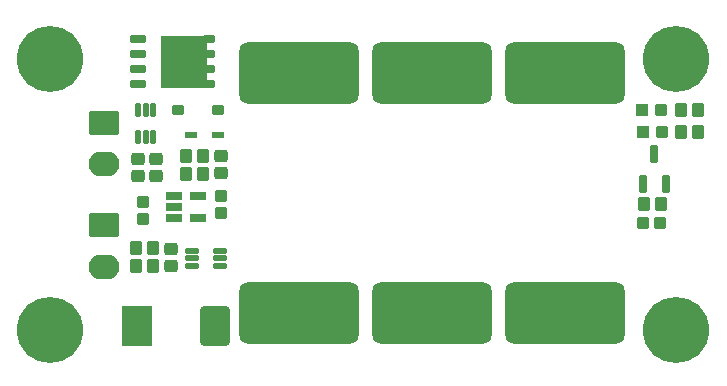
<source format=gbr>
%TF.GenerationSoftware,Altium Limited,Altium Designer,22.11.1 (43)*%
G04 Layer_Color=8388736*
%FSLAX45Y45*%
%MOMM*%
%TF.SameCoordinates,F25CF00E-CD35-404E-9013-36C82019CF52*%
%TF.FilePolarity,Negative*%
%TF.FileFunction,Soldermask,Top*%
%TF.Part,Single*%
G01*
G75*
%TA.AperFunction,ComponentPad*%
G04:AMPARAMS|DCode=36|XSize=2.1mm|YSize=2.6mm|CornerRadius=0.3mm|HoleSize=0mm|Usage=FLASHONLY|Rotation=270.000|XOffset=0mm|YOffset=0mm|HoleType=Round|Shape=RoundedRectangle|*
%AMROUNDEDRECTD36*
21,1,2.10000,2.00000,0,0,270.0*
21,1,1.50000,2.60000,0,0,270.0*
1,1,0.60000,-1.00000,-0.75000*
1,1,0.60000,-1.00000,0.75000*
1,1,0.60000,1.00000,0.75000*
1,1,0.60000,1.00000,-0.75000*
%
%ADD36ROUNDEDRECTD36*%
%ADD37O,2.60000X2.10000*%
%ADD38C,5.60000*%
%TA.AperFunction,ViaPad*%
%ADD39C,0.70000*%
%TA.AperFunction,SMDPad,CuDef*%
G04:AMPARAMS|DCode=46|XSize=0.85mm|YSize=1mm|CornerRadius=0.14375mm|HoleSize=0mm|Usage=FLASHONLY|Rotation=90.000|XOffset=0mm|YOffset=0mm|HoleType=Round|Shape=RoundedRectangle|*
%AMROUNDEDRECTD46*
21,1,0.85000,0.71250,0,0,90.0*
21,1,0.56250,1.00000,0,0,90.0*
1,1,0.28750,0.35625,0.28125*
1,1,0.28750,0.35625,-0.28125*
1,1,0.28750,-0.35625,-0.28125*
1,1,0.28750,-0.35625,0.28125*
%
%ADD46ROUNDEDRECTD46*%
G04:AMPARAMS|DCode=47|XSize=0.55mm|YSize=1.05mm|CornerRadius=0.10625mm|HoleSize=0mm|Usage=FLASHONLY|Rotation=270.000|XOffset=0mm|YOffset=0mm|HoleType=Round|Shape=RoundedRectangle|*
%AMROUNDEDRECTD47*
21,1,0.55000,0.83750,0,0,270.0*
21,1,0.33750,1.05000,0,0,270.0*
1,1,0.21250,-0.41875,-0.16875*
1,1,0.21250,-0.41875,0.16875*
1,1,0.21250,0.41875,0.16875*
1,1,0.21250,0.41875,-0.16875*
%
%ADD47ROUNDEDRECTD47*%
G04:AMPARAMS|DCode=48|XSize=5.2mm|YSize=10.1mm|CornerRadius=0.6875mm|HoleSize=0mm|Usage=FLASHONLY|Rotation=270.000|XOffset=0mm|YOffset=0mm|HoleType=Round|Shape=RoundedRectangle|*
%AMROUNDEDRECTD48*
21,1,5.20000,8.72500,0,0,270.0*
21,1,3.82500,10.10000,0,0,270.0*
1,1,1.37500,-4.36250,-1.91250*
1,1,1.37500,-4.36250,1.91250*
1,1,1.37500,4.36250,1.91250*
1,1,1.37500,4.36250,-1.91250*
%
%ADD48ROUNDEDRECTD48*%
G04:AMPARAMS|DCode=49|XSize=1.2mm|YSize=1.1mm|CornerRadius=0.3mm|HoleSize=0mm|Usage=FLASHONLY|Rotation=90.000|XOffset=0mm|YOffset=0mm|HoleType=Round|Shape=RoundedRectangle|*
%AMROUNDEDRECTD49*
21,1,1.20000,0.50000,0,0,90.0*
21,1,0.60000,1.10000,0,0,90.0*
1,1,0.60000,0.25000,0.30000*
1,1,0.60000,0.25000,-0.30000*
1,1,0.60000,-0.25000,-0.30000*
1,1,0.60000,-0.25000,0.30000*
%
%ADD49ROUNDEDRECTD49*%
G04:AMPARAMS|DCode=50|XSize=1.2mm|YSize=1.1mm|CornerRadius=0.3mm|HoleSize=0mm|Usage=FLASHONLY|Rotation=180.000|XOffset=0mm|YOffset=0mm|HoleType=Round|Shape=RoundedRectangle|*
%AMROUNDEDRECTD50*
21,1,1.20000,0.50000,0,0,180.0*
21,1,0.60000,1.10000,0,0,180.0*
1,1,0.60000,-0.30000,0.25000*
1,1,0.60000,0.30000,0.25000*
1,1,0.60000,0.30000,-0.25000*
1,1,0.60000,-0.30000,-0.25000*
%
%ADD50ROUNDEDRECTD50*%
G04:AMPARAMS|DCode=51|XSize=1mm|YSize=0.7mm|CornerRadius=0.125mm|HoleSize=0mm|Usage=FLASHONLY|Rotation=0.000|XOffset=0mm|YOffset=0mm|HoleType=Round|Shape=RoundedRectangle|*
%AMROUNDEDRECTD51*
21,1,1.00000,0.45000,0,0,0.0*
21,1,0.75000,0.70000,0,0,0.0*
1,1,0.25000,0.37500,-0.22500*
1,1,0.25000,-0.37500,-0.22500*
1,1,0.25000,-0.37500,0.22500*
1,1,0.25000,0.37500,0.22500*
%
%ADD51ROUNDEDRECTD51*%
%ADD52R,3.90000X4.50000*%
G04:AMPARAMS|DCode=53|XSize=1.3mm|YSize=0.7mm|CornerRadius=0.125mm|HoleSize=0mm|Usage=FLASHONLY|Rotation=0.000|XOffset=0mm|YOffset=0mm|HoleType=Round|Shape=RoundedRectangle|*
%AMROUNDEDRECTD53*
21,1,1.30000,0.45000,0,0,0.0*
21,1,1.05000,0.70000,0,0,0.0*
1,1,0.25000,0.52500,-0.22500*
1,1,0.25000,-0.52500,-0.22500*
1,1,0.25000,-0.52500,0.22500*
1,1,0.25000,0.52500,0.22500*
%
%ADD53ROUNDEDRECTD53*%
G04:AMPARAMS|DCode=54|XSize=3.4mm|YSize=2.55mm|CornerRadius=0.35625mm|HoleSize=0mm|Usage=FLASHONLY|Rotation=90.000|XOffset=0mm|YOffset=0mm|HoleType=Round|Shape=RoundedRectangle|*
%AMROUNDEDRECTD54*
21,1,3.40000,1.83750,0,0,90.0*
21,1,2.68750,2.55000,0,0,90.0*
1,1,0.71250,0.91875,1.34375*
1,1,0.71250,0.91875,-1.34375*
1,1,0.71250,-0.91875,-1.34375*
1,1,0.71250,-0.91875,1.34375*
%
%ADD54ROUNDEDRECTD54*%
%ADD55R,2.55000X3.40000*%
G04:AMPARAMS|DCode=56|XSize=1.05mm|YSize=1mm|CornerRadius=0.1625mm|HoleSize=0mm|Usage=FLASHONLY|Rotation=90.000|XOffset=0mm|YOffset=0mm|HoleType=Round|Shape=RoundedRectangle|*
%AMROUNDEDRECTD56*
21,1,1.05000,0.67500,0,0,90.0*
21,1,0.72500,1.00000,0,0,90.0*
1,1,0.32500,0.33750,0.36250*
1,1,0.32500,0.33750,-0.36250*
1,1,0.32500,-0.33750,-0.36250*
1,1,0.32500,-0.33750,0.36250*
%
%ADD56ROUNDEDRECTD56*%
%ADD57R,1.00000X1.05000*%
G04:AMPARAMS|DCode=58|XSize=1.1mm|YSize=1.1mm|CornerRadius=0.3mm|HoleSize=0mm|Usage=FLASHONLY|Rotation=0.000|XOffset=0mm|YOffset=0mm|HoleType=Round|Shape=RoundedRectangle|*
%AMROUNDEDRECTD58*
21,1,1.10000,0.50000,0,0,0.0*
21,1,0.50000,1.10000,0,0,0.0*
1,1,0.60000,0.25000,-0.25000*
1,1,0.60000,-0.25000,-0.25000*
1,1,0.60000,-0.25000,0.25000*
1,1,0.60000,0.25000,0.25000*
%
%ADD58ROUNDEDRECTD58*%
G04:AMPARAMS|DCode=59|XSize=1.1mm|YSize=1.1mm|CornerRadius=0.3mm|HoleSize=0mm|Usage=FLASHONLY|Rotation=90.000|XOffset=0mm|YOffset=0mm|HoleType=Round|Shape=RoundedRectangle|*
%AMROUNDEDRECTD59*
21,1,1.10000,0.50000,0,0,90.0*
21,1,0.50000,1.10000,0,0,90.0*
1,1,0.60000,0.25000,0.25000*
1,1,0.60000,0.25000,-0.25000*
1,1,0.60000,-0.25000,-0.25000*
1,1,0.60000,-0.25000,0.25000*
%
%ADD59ROUNDEDRECTD59*%
G04:AMPARAMS|DCode=60|XSize=0.55mm|YSize=1.15mm|CornerRadius=0.10625mm|HoleSize=0mm|Usage=FLASHONLY|Rotation=90.000|XOffset=0mm|YOffset=0mm|HoleType=Round|Shape=RoundedRectangle|*
%AMROUNDEDRECTD60*
21,1,0.55000,0.93750,0,0,90.0*
21,1,0.33750,1.15000,0,0,90.0*
1,1,0.21250,0.46875,0.16875*
1,1,0.21250,0.46875,-0.16875*
1,1,0.21250,-0.46875,-0.16875*
1,1,0.21250,-0.46875,0.16875*
%
%ADD60ROUNDEDRECTD60*%
G04:AMPARAMS|DCode=61|XSize=0.75mm|YSize=1.4mm|CornerRadius=0.13125mm|HoleSize=0mm|Usage=FLASHONLY|Rotation=90.000|XOffset=0mm|YOffset=0mm|HoleType=Round|Shape=RoundedRectangle|*
%AMROUNDEDRECTD61*
21,1,0.75000,1.13750,0,0,90.0*
21,1,0.48750,1.40000,0,0,90.0*
1,1,0.26250,0.56875,0.24375*
1,1,0.26250,0.56875,-0.24375*
1,1,0.26250,-0.56875,-0.24375*
1,1,0.26250,-0.56875,0.24375*
%
%ADD61ROUNDEDRECTD61*%
G04:AMPARAMS|DCode=62|XSize=0.6mm|YSize=1.5mm|CornerRadius=0.1125mm|HoleSize=0mm|Usage=FLASHONLY|Rotation=180.000|XOffset=0mm|YOffset=0mm|HoleType=Round|Shape=RoundedRectangle|*
%AMROUNDEDRECTD62*
21,1,0.60000,1.27500,0,0,180.0*
21,1,0.37500,1.50000,0,0,180.0*
1,1,0.22500,-0.18750,0.63750*
1,1,0.22500,0.18750,0.63750*
1,1,0.22500,0.18750,-0.63750*
1,1,0.22500,-0.18750,-0.63750*
%
%ADD62ROUNDEDRECTD62*%
G04:AMPARAMS|DCode=63|XSize=0.55mm|YSize=1.15mm|CornerRadius=0.10625mm|HoleSize=0mm|Usage=FLASHONLY|Rotation=180.000|XOffset=0mm|YOffset=0mm|HoleType=Round|Shape=RoundedRectangle|*
%AMROUNDEDRECTD63*
21,1,0.55000,0.93750,0,0,180.0*
21,1,0.33750,1.15000,0,0,180.0*
1,1,0.21250,-0.16875,0.46875*
1,1,0.21250,0.16875,0.46875*
1,1,0.21250,0.16875,-0.46875*
1,1,0.21250,-0.16875,-0.46875*
%
%ADD63ROUNDEDRECTD63*%
D36*
X805180Y2110220D02*
D03*
Y1239520D02*
D03*
D37*
Y1760220D02*
D03*
Y889520D02*
D03*
D38*
X5650000Y350000D02*
D03*
X350000Y2650000D02*
D03*
X5650000D02*
D03*
X350000Y350000D02*
D03*
D39*
X5791420Y491420D02*
D03*
X5850000Y350000D02*
D03*
X5650000Y550000D02*
D03*
X5791420Y208580D02*
D03*
X5650000Y150000D02*
D03*
X5508580Y491420D02*
D03*
X5450000Y350000D02*
D03*
X5508580Y208580D02*
D03*
X350000Y2850000D02*
D03*
X550000Y2650000D02*
D03*
X350000Y2450000D02*
D03*
X150000Y2650000D02*
D03*
X208580Y2791420D02*
D03*
X491420D02*
D03*
Y2508580D02*
D03*
X208580D02*
D03*
X5650000Y2850000D02*
D03*
X5850000Y2650000D02*
D03*
X5650000Y2450000D02*
D03*
X5450000Y2650000D02*
D03*
X5508580Y2791420D02*
D03*
X5791420D02*
D03*
Y2508580D02*
D03*
X5508580D02*
D03*
X350000Y550000D02*
D03*
X550000Y350000D02*
D03*
X350000Y150000D02*
D03*
X150000Y350000D02*
D03*
X208580Y491420D02*
D03*
X491420D02*
D03*
Y208580D02*
D03*
X208580D02*
D03*
D46*
X1427480Y2214880D02*
D03*
X1772480D02*
D03*
D47*
X1537920Y2004060D02*
D03*
X1772920D02*
D03*
D48*
X2456180Y497840D02*
D03*
Y2529840D02*
D03*
X3578860Y497840D02*
D03*
Y2529840D02*
D03*
X4706620Y497840D02*
D03*
Y2529840D02*
D03*
D49*
X1073580Y894080D02*
D03*
X1218580D02*
D03*
X1497220Y1831340D02*
D03*
X1642220D02*
D03*
X1640920Y1678940D02*
D03*
X1495920D02*
D03*
X1218580Y1049020D02*
D03*
X1073580D02*
D03*
X5686980Y2034540D02*
D03*
X5831980D02*
D03*
X5686980Y2214880D02*
D03*
X5831980D02*
D03*
X5519560Y1424940D02*
D03*
X5374560D02*
D03*
D50*
X1368360Y899080D02*
D03*
Y1044080D02*
D03*
X1242060Y1800940D02*
D03*
Y1655940D02*
D03*
X1798320Y1826400D02*
D03*
Y1681400D02*
D03*
X1092200Y1800940D02*
D03*
Y1655940D02*
D03*
D51*
X1692200Y2689860D02*
D03*
Y2816860D02*
D03*
Y2562860D02*
D03*
Y2435860D02*
D03*
D52*
X1478560Y2626360D02*
D03*
D53*
X1092200Y2689860D02*
D03*
Y2816860D02*
D03*
Y2435860D02*
D03*
Y2562860D02*
D03*
D54*
X1747520Y391160D02*
D03*
D55*
X1087120D02*
D03*
D56*
X5523220Y2214880D02*
D03*
X5524480Y2034540D02*
D03*
D57*
X5363220Y2214880D02*
D03*
X5364480Y2034540D02*
D03*
D58*
X1798320Y1345940D02*
D03*
Y1490940D02*
D03*
X1132840Y1441560D02*
D03*
Y1296560D02*
D03*
D59*
X5512060Y1257300D02*
D03*
X5367060D02*
D03*
D60*
X1783080Y1025120D02*
D03*
Y895120D02*
D03*
Y960120D02*
D03*
X1553080Y1025120D02*
D03*
Y960120D02*
D03*
Y895120D02*
D03*
D61*
X1597660Y1488440D02*
D03*
Y1298440D02*
D03*
X1397660Y1488440D02*
D03*
Y1393440D02*
D03*
Y1298440D02*
D03*
D62*
X5558540Y1594040D02*
D03*
X5368540D02*
D03*
X5463540Y1844040D02*
D03*
D63*
X1222200Y1984880D02*
D03*
X1157200D02*
D03*
X1092200D02*
D03*
X1157200Y2214880D02*
D03*
X1222200D02*
D03*
X1092200D02*
D03*
%TF.MD5,22f936b71b74c7be930dc2ef8c7ccec1*%
M02*

</source>
